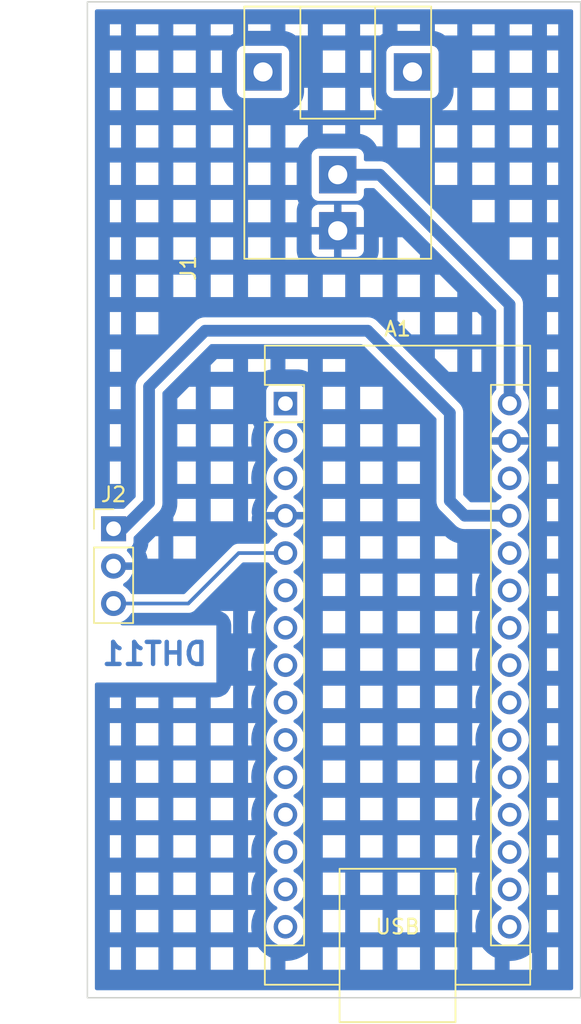
<source format=kicad_pcb>
(kicad_pcb (version 20211014) (generator pcbnew)
  (layers (0 "F.Cu" signal) (31 "B.Cu" signal) (34 "B.Paste" user) (35 "F.Paste" user) (36 "B.SilkS" user "B.Silkscreen") (37 "F.SilkS" user "F.Silkscreen") (38 "B.Mask" user) (39 "F.Mask" user) (44 "Edge.Cuts" user))
  (net 0 "")
  (net 4 "GND")
  (net 5 "Signal")
  (net 17 "+3.3V")
  (net 27 "+5V")
  (net 29 "+12V")
  (footprint "Connector_PinHeader_2.54mm:PinHeader_1x03_P2.54mm_Vertical" (layer "F.Cu") (at 84.201 75.311)
    (fp_text reference "J2" (at 0 -2.33) (layer "F.SilkS"))
    (fp_text value "Conn_01x03_Female")
    (fp_line (start 1.33 1.27) (end 1.33 6.41) (layer "F.SilkS") (width 0.12))
    (fp_line (start -1.33 0) (end -1.33 -1.33) (layer "F.SilkS") (width 0.12))
    (fp_line (start -1.33 1.27) (end -1.33 6.41) (layer "F.SilkS") (width 0.12))
    (fp_line (start -1.33 -1.33) (end 0 -1.33) (layer "F.SilkS") (width 0.12))
    (fp_line (start -1.33 1.27) (end 1.33 1.27) (layer "F.SilkS") (width 0.12))
    (fp_line (start -1.33 6.41) (end 1.33 6.41) (layer "F.SilkS") (width 0.12))
    (pad "1" thru_hole rect (at 0 0) (size 1.7 1.7) (drill 1) (layers *.Cu *.Mask) (net 27 "+5V"))
    (pad "2" thru_hole oval (at 0 2.54) (size 1.7 1.7) (drill 1) (layers *.Cu *.Mask) (net 4 "GND"))
    (pad "3" thru_hole oval (at 0 5.08) (size 1.7 1.7) (drill 1) (layers *.Cu *.Mask) (net 5 "Signal"))
  )
  (footprint "Module:Arduino_Nano" (layer "F.Cu") (at 95.885 66.802)
    (fp_text reference "A1" (at 7.62 -5.08) (layer "F.SilkS"))
    (fp_text value "Arduino_Nano_v3.x")
    (fp_text user "USB" (at 7.62 35.56 unlocked) (layer "F.SilkS"))
    (fp_line (start 16.64 39.5) (end 16.64 -3.94) (layer "F.SilkS") (width 0.12))
    (fp_line (start -1.4 -3.94) (end -1.4 -1.27) (layer "F.SilkS") (width 0.12))
    (fp_line (start 13.97 -1.27) (end 13.97 36.83) (layer "F.SilkS") (width 0.12))
    (fp_line (start 13.97 -1.27) (end 16.64 -1.27) (layer "F.SilkS") (width 0.12))
    (fp_line (start 3.68 31.62) (end 11.56 31.62) (layer "F.SilkS") (width 0.12))
    (fp_line (start 16.64 -3.94) (end -1.4 -3.94) (layer "F.SilkS") (width 0.12))
    (fp_line (start 16.64 39.5) (end 11.56 39.5) (layer "F.SilkS") (width 0.12))
    (fp_line (start 1.27 1.27) (end 1.27 -1.27) (layer "F.SilkS") (width 0.12))
    (fp_line (start 3.68 42.04) (end 3.68 31.62) (layer "F.SilkS") (width 0.12))
    (fp_line (start 1.27 1.27) (end 1.27 36.83) (layer "F.SilkS") (width 0.12))
    (fp_line (start -1.4 39.5) (end 3.68 39.5) (layer "F.SilkS") (width 0.12))
    (fp_line (start 1.27 1.27) (end -1.4 1.27) (layer "F.SilkS") (width 0.12))
    (fp_line (start 13.97 36.83) (end 16.64 36.83) (layer "F.SilkS") (width 0.12))
    (fp_line (start 1.27 -1.27) (end -1.4 -1.27) (layer "F.SilkS") (width 0.12))
    (fp_line (start 11.56 42.04) (end 3.68 42.04) (layer "F.SilkS") (width 0.12))
    (fp_line (start 1.27 36.83) (end -1.4 36.83) (layer "F.SilkS") (width 0.12))
    (fp_line (start 11.56 31.62) (end 11.56 42.04) (layer "F.SilkS") (width 0.12))
    (fp_line (start -1.4 1.27) (end -1.4 39.5) (layer "F.SilkS") (width 0.12))
    (pad "1" thru_hole rect (at 0 0) (size 1.6 1.6) (drill 1) (layers *.Cu *.Mask))
    (pad "2" thru_hole oval (at 0 2.54) (size 1.6 1.6) (drill 1) (layers *.Cu *.Mask))
    (pad "3" thru_hole oval (at 0 5.08) (size 1.6 1.6) (drill 1) (layers *.Cu *.Mask))
    (pad "4" thru_hole oval (at 0 7.62) (size 1.6 1.6) (drill 1) (layers *.Cu *.Mask) (net 4 "GND"))
    (pad "5" thru_hole oval (at 0 10.16) (size 1.6 1.6) (drill 1) (layers *.Cu *.Mask) (net 5 "Signal"))
    (pad "6" thru_hole oval (at 0 12.7) (size 1.6 1.6) (drill 1) (layers *.Cu *.Mask))
    (pad "7" thru_hole oval (at 0 15.24) (size 1.6 1.6) (drill 1) (layers *.Cu *.Mask))
    (pad "8" thru_hole oval (at 0 17.78) (size 1.6 1.6) (drill 1) (layers *.Cu *.Mask))
    (pad "9" thru_hole oval (at 0 20.32) (size 1.6 1.6) (drill 1) (layers *.Cu *.Mask))
    (pad "10" thru_hole oval (at 0 22.86) (size 1.6 1.6) (drill 1) (layers *.Cu *.Mask))
    (pad "11" thru_hole oval (at 0 25.4) (size 1.6 1.6) (drill 1) (layers *.Cu *.Mask))
    (pad "12" thru_hole oval (at 0 27.94) (size 1.6 1.6) (drill 1) (layers *.Cu *.Mask))
    (pad "13" thru_hole oval (at 0 30.48) (size 1.6 1.6) (drill 1) (layers *.Cu *.Mask))
    (pad "14" thru_hole oval (at 0 33.02) (size 1.6 1.6) (drill 1) (layers *.Cu *.Mask))
    (pad "15" thru_hole oval (at 0 35.56) (size 1.6 1.6) (drill 1) (layers *.Cu *.Mask))
    (pad "16" thru_hole oval (at 15.24 35.56) (size 1.6 1.6) (drill 1) (layers *.Cu *.Mask))
    (pad "17" thru_hole oval (at 15.24 33.02) (size 1.6 1.6) (drill 1) (layers *.Cu *.Mask) (net 17 "+3.3V"))
    (pad "18" thru_hole oval (at 15.24 30.48) (size 1.6 1.6) (drill 1) (layers *.Cu *.Mask))
    (pad "19" thru_hole oval (at 15.24 27.94) (size 1.6 1.6) (drill 1) (layers *.Cu *.Mask))
    (pad "20" thru_hole oval (at 15.24 25.4) (size 1.6 1.6) (drill 1) (layers *.Cu *.Mask))
    (pad "21" thru_hole oval (at 15.24 22.86) (size 1.6 1.6) (drill 1) (layers *.Cu *.Mask))
    (pad "22" thru_hole oval (at 15.24 20.32) (size 1.6 1.6) (drill 1) (layers *.Cu *.Mask))
    (pad "23" thru_hole oval (at 15.24 17.78) (size 1.6 1.6) (drill 1) (layers *.Cu *.Mask))
    (pad "24" thru_hole oval (at 15.24 15.24) (size 1.6 1.6) (drill 1) (layers *.Cu *.Mask))
    (pad "25" thru_hole oval (at 15.24 12.7) (size 1.6 1.6) (drill 1) (layers *.Cu *.Mask))
    (pad "26" thru_hole oval (at 15.24 10.16) (size 1.6 1.6) (drill 1) (layers *.Cu *.Mask))
    (pad "27" thru_hole oval (at 15.24 7.62) (size 1.6 1.6) (drill 1) (layers *.Cu *.Mask) (net 27 "+5V"))
    (pad "28" thru_hole oval (at 15.24 5.08) (size 1.6 1.6) (drill 1) (layers *.Cu *.Mask))
    (pad "29" thru_hole oval (at 15.24 2.54) (size 1.6 1.6) (drill 1) (layers *.Cu *.Mask) (net 4 "GND"))
    (pad "30" thru_hole oval (at 15.24 0) (size 1.6 1.6) (drill 1) (layers *.Cu *.Mask) (net 29 "+12V"))
  )
  (footprint "Versorgung:Typ1" (layer "F.Cu") (at 99.441 55.0545 90)
    (fp_text reference "J1" (at -2.54 -10.16 90 unlocked) (layer "F.SilkS"))
    (fp_text value "Conn_01x02_Female")
    (fp_line (start 15.24 6.35) (end -1.905 6.35) (layer "F.SilkS") (width 0.12))
    (fp_line (start 7.62 2.54) (end 15.24 2.54) (layer "F.SilkS") (width 0.12))
    (fp_line (start -1.905 -6.35) (end 15.24 -6.35) (layer "F.SilkS") (width 0.12))
    (fp_line (start -1.905 0) (end -1.905 -6.35) (layer "F.SilkS") (width 0.12))
    (fp_line (start 7.62 -2.54) (end 7.62 2.54) (layer "F.SilkS") (width 0.12))
    (fp_line (start 15.24 -6.35) (end 15.24 6.35) (layer "F.SilkS") (width 0.12))
    (fp_line (start 15.24 -2.54) (end 7.62 -2.54) (layer "F.SilkS") (width 0.12))
    (fp_line (start -1.905 6.35) (end -1.905 0) (layer "F.SilkS") (width 0.12))
    (pad "1" thru_hole rect (at 0 0 90) (size 2.54 2.54) (drill 1.3) (layers *.Cu *.Mask) (net 4 "GND"))
    (pad "2" thru_hole rect (at 3.81 0 90) (size 2.54 2.54) (drill 1.3) (layers *.Cu *.Mask) (net 29 "+12V"))
    (pad "3" thru_hole rect (at 10.795 5.08 90) (size 2.54 2.54) (drill 1.3) (layers *.Cu *.Mask))
    (pad "4" thru_hole rect (at 10.795 -5.08 90) (size 2.54 2.54) (drill 1.3) (layers *.Cu *.Mask))
  )
  (gr_rect (start 82.423 39.497) (end 115.951 107.188) (layer "Edge.Cuts") (width 0.1) (fill none))
  (gr_text "DHT11" (at 86.995 83.82) (layer "B.Cu") (effects (font (size 1.5 1.5) (thickness 0.3)) (justify mirror)))
  (segment (start 84.201 80.391) (end 89.281 80.391) (width 0.25) (layer "B.Cu") (net 5))
  (segment (start 92.71 76.962) (end 95.885 76.962) (width 0.25) (layer "B.Cu") (net 5))
  (segment (start 89.281 80.391) (end 92.71 76.962) (width 0.25) (layer "B.Cu") (net 5))
  (segment (start 84.836 75.311) (end 86.614 73.533) (width 0.8) (layer "B.Cu") (net 27))
  (segment (start 107.061 67.437) (end 107.061 73.406) (width 0.8) (layer "B.Cu") (net 27))
  (segment (start 84.201 75.311) (end 84.836 75.311) (width 0.8) (layer "B.Cu") (net 27))
  (segment (start 108.077 74.422) (end 111.125 74.422) (width 0.8) (layer "B.Cu") (net 27))
  (segment (start 86.614 65.659) (end 90.424 61.849) (width 0.8) (layer "B.Cu") (net 27))
  (segment (start 86.614 73.533) (end 86.614 65.659) (width 0.8) (layer "B.Cu") (net 27))
  (segment (start 90.424 61.849) (end 101.473 61.849) (width 0.8) (layer "B.Cu") (net 27))
  (segment (start 101.473 61.849) (end 107.061 67.437) (width 0.8) (layer "B.Cu") (net 27))
  (segment (start 107.061 73.406) (end 108.077 74.422) (width 0.8) (layer "B.Cu") (net 27))
  (segment (start 111.125 60.071) (end 111.125 66.802) (width 0.8) (layer "B.Cu") (net 29))
  (segment (start 102.2985 51.2445) (end 111.125 60.071) (width 0.8) (layer "B.Cu") (net 29))
  (segment (start 99.441 51.2445) (end 102.2985 51.2445) (width 0.8) (layer "B.Cu") (net 29))
  (zone (net 4) (net_name "GND") (layer "B.Cu") (name "GND") (connect_pads (clearance 0.508)) (min_thickness 0.254) (fill yes (mode hatch) (thermal_gap 0.508) (thermal_bridge_width 0.508) (hatch_thickness 1.016) (hatch_gap 1.524) (hatch_orientation 0) (hatch_border_algorithm hatch_thickness) (hatch_min_hole_area 0.3))
    (polygon (pts (xy 115.951 106.934) (xy 82.423 107.061) (xy 82.423 39.37) (xy 115.951 39.37)))
  )
)
</source>
